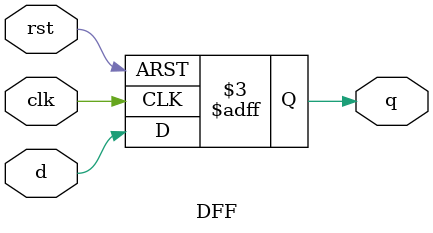
<source format=v>
module DFF
(input clk,d,rst,
output reg q);

always @(posedge clk, negedge rst)
begin
	if(!rst)
		q <= 1'b0;
	else		
		q <= d;
end
endmodule 
</source>
